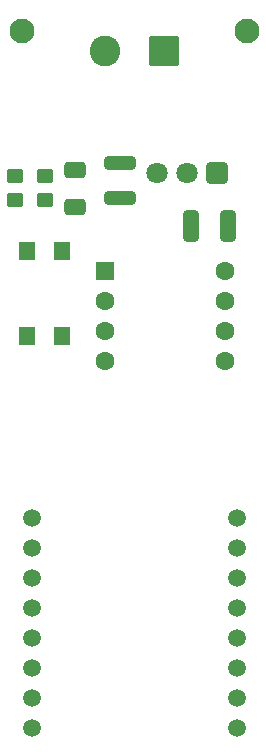
<source format=gbr>
G04 #@! TF.GenerationSoftware,KiCad,Pcbnew,9.0.6*
G04 #@! TF.CreationDate,2025-12-22T23:05:57+03:00*
G04 #@! TF.ProjectId,RainLight,5261696e-4c69-4676-9874-2e6b69636164,rev?*
G04 #@! TF.SameCoordinates,Original*
G04 #@! TF.FileFunction,Soldermask,Top*
G04 #@! TF.FilePolarity,Negative*
%FSLAX46Y46*%
G04 Gerber Fmt 4.6, Leading zero omitted, Abs format (unit mm)*
G04 Created by KiCad (PCBNEW 9.0.6) date 2025-12-22 23:05:57*
%MOMM*%
%LPD*%
G01*
G04 APERTURE LIST*
G04 Aperture macros list*
%AMRoundRect*
0 Rectangle with rounded corners*
0 $1 Rounding radius*
0 $2 $3 $4 $5 $6 $7 $8 $9 X,Y pos of 4 corners*
0 Add a 4 corners polygon primitive as box body*
4,1,4,$2,$3,$4,$5,$6,$7,$8,$9,$2,$3,0*
0 Add four circle primitives for the rounded corners*
1,1,$1+$1,$2,$3*
1,1,$1+$1,$4,$5*
1,1,$1+$1,$6,$7*
1,1,$1+$1,$8,$9*
0 Add four rect primitives between the rounded corners*
20,1,$1+$1,$2,$3,$4,$5,0*
20,1,$1+$1,$4,$5,$6,$7,0*
20,1,$1+$1,$6,$7,$8,$9,0*
20,1,$1+$1,$8,$9,$2,$3,0*%
G04 Aperture macros list end*
%ADD10RoundRect,0.250000X-0.650000X0.412500X-0.650000X-0.412500X0.650000X-0.412500X0.650000X0.412500X0*%
%ADD11RoundRect,0.250000X-0.450000X0.350000X-0.450000X-0.350000X0.450000X-0.350000X0.450000X0.350000X0*%
%ADD12RoundRect,0.250000X0.400000X1.075000X-0.400000X1.075000X-0.400000X-1.075000X0.400000X-1.075000X0*%
%ADD13R,1.400000X1.600000*%
%ADD14C,2.100000*%
%ADD15RoundRect,0.250000X-0.550000X-0.550000X0.550000X-0.550000X0.550000X0.550000X-0.550000X0.550000X0*%
%ADD16C,1.600000*%
%ADD17RoundRect,0.250000X0.450000X-0.350000X0.450000X0.350000X-0.450000X0.350000X-0.450000X-0.350000X0*%
%ADD18RoundRect,0.250000X-1.075000X0.312500X-1.075000X-0.312500X1.075000X-0.312500X1.075000X0.312500X0*%
%ADD19RoundRect,0.250000X1.050000X1.050000X-1.050000X1.050000X-1.050000X-1.050000X1.050000X-1.050000X0*%
%ADD20C,2.600000*%
%ADD21RoundRect,0.248400X0.651600X0.651600X-0.651600X0.651600X-0.651600X-0.651600X0.651600X-0.651600X0*%
%ADD22C,1.800000*%
%ADD23C,1.500000*%
G04 APERTURE END LIST*
D10*
X103886000Y-61404900D03*
X103886000Y-58279900D03*
D11*
X98806000Y-58842400D03*
X98806000Y-60842400D03*
D12*
X116866000Y-63017400D03*
X113766000Y-63017400D03*
D13*
X102846000Y-65132400D03*
X102846000Y-72332400D03*
X99846000Y-65132400D03*
X99846000Y-72332400D03*
D14*
X118491000Y-46507400D03*
D15*
X106426000Y-66827400D03*
D16*
X106426000Y-69367400D03*
X106426000Y-71907399D03*
X106426000Y-74447400D03*
X116586000Y-74447400D03*
X116585999Y-71907400D03*
X116586000Y-69367400D03*
X116586000Y-66827400D03*
D17*
X101346000Y-60842400D03*
X101346000Y-58842400D03*
D18*
X107696000Y-57744900D03*
X107696000Y-60669900D03*
D19*
X111466000Y-48239900D03*
D20*
X106466000Y-48239900D03*
D14*
X99441000Y-46507400D03*
D21*
X115951000Y-58572400D03*
D22*
X113411000Y-58572400D03*
X110871001Y-58572400D03*
D23*
X100316000Y-87782400D03*
X100316000Y-90322400D03*
X100316000Y-92862400D03*
X100316000Y-95402400D03*
X100316000Y-97942400D03*
X117602000Y-105562400D03*
X117616000Y-103022400D03*
X117616000Y-100482400D03*
X117616000Y-97942400D03*
X117616000Y-95402400D03*
X117616000Y-92862400D03*
X117616000Y-90322400D03*
X117616000Y-87782400D03*
X100316000Y-100482400D03*
X100316000Y-105562400D03*
X100316000Y-103022400D03*
M02*

</source>
